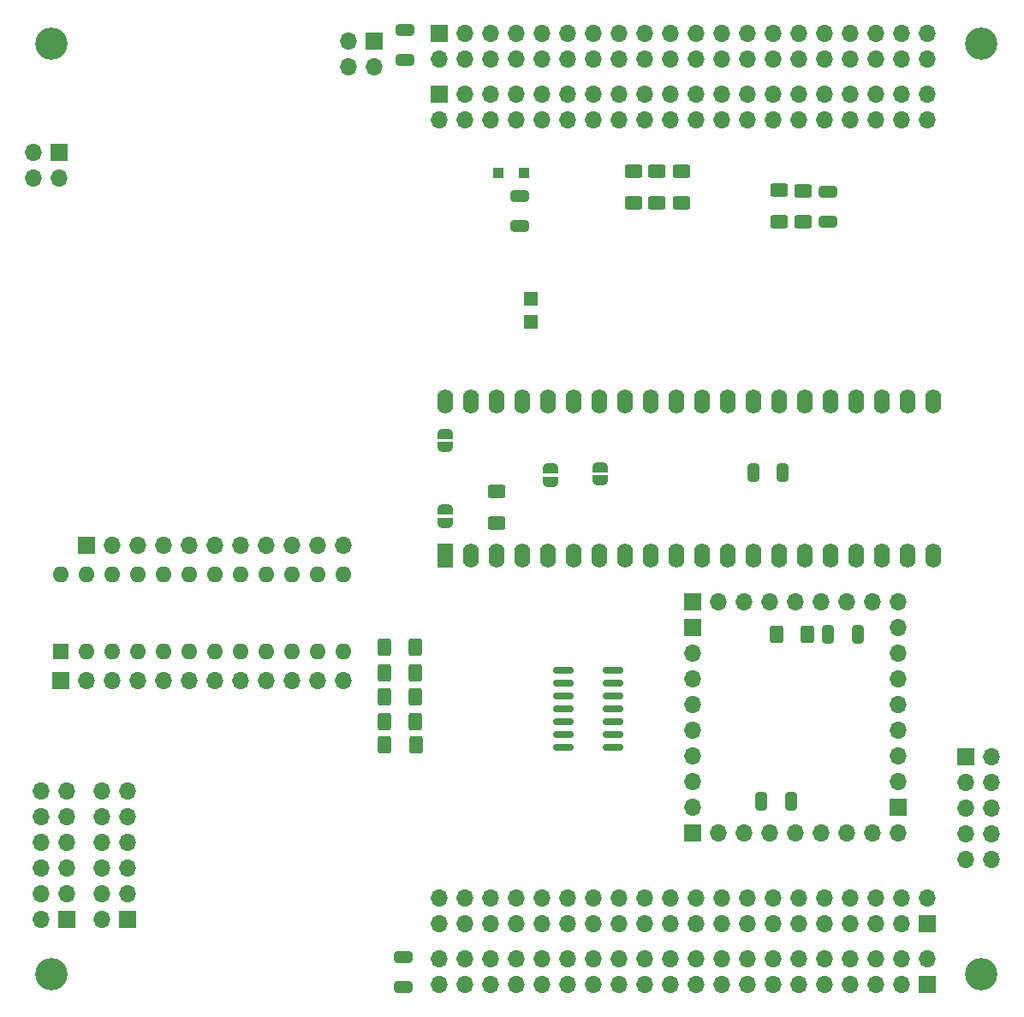
<source format=gbr>
%TF.GenerationSoftware,KiCad,Pcbnew,8.0.5-8.0.5-0~ubuntu22.04.1*%
%TF.CreationDate,2024-10-04T17:06:24+02:00*%
%TF.ProjectId,6502_6800_CPU,36353032-5f36-4383-9030-5f4350552e6b,rev?*%
%TF.SameCoordinates,Original*%
%TF.FileFunction,Soldermask,Bot*%
%TF.FilePolarity,Negative*%
%FSLAX46Y46*%
G04 Gerber Fmt 4.6, Leading zero omitted, Abs format (unit mm)*
G04 Created by KiCad (PCBNEW 8.0.5-8.0.5-0~ubuntu22.04.1) date 2024-10-04 17:06:24*
%MOMM*%
%LPD*%
G01*
G04 APERTURE LIST*
G04 Aperture macros list*
%AMRoundRect*
0 Rectangle with rounded corners*
0 $1 Rounding radius*
0 $2 $3 $4 $5 $6 $7 $8 $9 X,Y pos of 4 corners*
0 Add a 4 corners polygon primitive as box body*
4,1,4,$2,$3,$4,$5,$6,$7,$8,$9,$2,$3,0*
0 Add four circle primitives for the rounded corners*
1,1,$1+$1,$2,$3*
1,1,$1+$1,$4,$5*
1,1,$1+$1,$6,$7*
1,1,$1+$1,$8,$9*
0 Add four rect primitives between the rounded corners*
20,1,$1+$1,$2,$3,$4,$5,0*
20,1,$1+$1,$4,$5,$6,$7,0*
20,1,$1+$1,$6,$7,$8,$9,0*
20,1,$1+$1,$8,$9,$2,$3,0*%
%AMFreePoly0*
4,1,19,0.500000,-0.750000,0.000000,-0.750000,0.000000,-0.744911,-0.071157,-0.744911,-0.207708,-0.704816,-0.327430,-0.627875,-0.420627,-0.520320,-0.479746,-0.390866,-0.500000,-0.250000,-0.500000,0.250000,-0.479746,0.390866,-0.420627,0.520320,-0.327430,0.627875,-0.207708,0.704816,-0.071157,0.744911,0.000000,0.744911,0.000000,0.750000,0.500000,0.750000,0.500000,-0.750000,0.500000,-0.750000,
$1*%
%AMFreePoly1*
4,1,19,0.000000,0.744911,0.071157,0.744911,0.207708,0.704816,0.327430,0.627875,0.420627,0.520320,0.479746,0.390866,0.500000,0.250000,0.500000,-0.250000,0.479746,-0.390866,0.420627,-0.520320,0.327430,-0.627875,0.207708,-0.704816,0.071157,-0.744911,0.000000,-0.744911,0.000000,-0.750000,-0.500000,-0.750000,-0.500000,0.750000,0.000000,0.750000,0.000000,0.744911,0.000000,0.744911,
$1*%
G04 Aperture macros list end*
%ADD10R,1.700000X1.700000*%
%ADD11O,1.700000X1.700000*%
%ADD12RoundRect,0.250000X0.325000X0.650000X-0.325000X0.650000X-0.325000X-0.650000X0.325000X-0.650000X0*%
%ADD13RoundRect,0.250000X-0.325000X-0.650000X0.325000X-0.650000X0.325000X0.650000X-0.325000X0.650000X0*%
%ADD14RoundRect,0.250000X0.625000X-0.400000X0.625000X0.400000X-0.625000X0.400000X-0.625000X-0.400000X0*%
%ADD15RoundRect,0.150000X0.825000X0.150000X-0.825000X0.150000X-0.825000X-0.150000X0.825000X-0.150000X0*%
%ADD16RoundRect,0.250000X0.400000X0.625000X-0.400000X0.625000X-0.400000X-0.625000X0.400000X-0.625000X0*%
%ADD17RoundRect,0.250000X-0.400000X-0.625000X0.400000X-0.625000X0.400000X0.625000X-0.400000X0.625000X0*%
%ADD18RoundRect,0.250000X-0.625000X0.400000X-0.625000X-0.400000X0.625000X-0.400000X0.625000X0.400000X0*%
%ADD19FreePoly0,90.000000*%
%ADD20FreePoly1,90.000000*%
%ADD21FreePoly0,270.000000*%
%ADD22FreePoly1,270.000000*%
%ADD23R,1.000000X1.000000*%
%ADD24C,3.200000*%
%ADD25O,1.600000X1.600000*%
%ADD26R,1.600000X1.600000*%
%ADD27RoundRect,0.250000X-0.650000X0.325000X-0.650000X-0.325000X0.650000X-0.325000X0.650000X0.325000X0*%
%ADD28R,1.350000X1.350000*%
%ADD29RoundRect,0.250000X0.650000X-0.325000X0.650000X0.325000X-0.650000X0.325000X-0.650000X-0.325000X0*%
%ADD30O,1.600000X2.400000*%
%ADD31R,1.600000X2.400000*%
G04 APERTURE END LIST*
D10*
%TO.C,J7*%
X55540000Y-140627000D03*
D11*
X53000000Y-140627000D03*
X55540000Y-138087000D03*
X53000000Y-138087000D03*
X55540000Y-135547000D03*
X53000000Y-135547000D03*
X55540000Y-133007000D03*
X53000000Y-133007000D03*
X55540000Y-130467000D03*
X53000000Y-130467000D03*
X55540000Y-127927000D03*
X53000000Y-127927000D03*
%TD*%
D10*
%TO.C,J6*%
X61595000Y-140589000D03*
D11*
X59055000Y-140589000D03*
X61595000Y-138049000D03*
X59055000Y-138049000D03*
X61595000Y-135509000D03*
X59055000Y-135509000D03*
X61595000Y-132969000D03*
X59055000Y-132969000D03*
X61595000Y-130429000D03*
X59055000Y-130429000D03*
X61595000Y-127889000D03*
X59055000Y-127889000D03*
%TD*%
D12*
%TO.C,C10*%
X127205000Y-128905000D03*
X124255000Y-128905000D03*
%TD*%
D13*
%TO.C,C9*%
X130810000Y-112395000D03*
X133760000Y-112395000D03*
%TD*%
D14*
%TO.C,R5*%
X111633000Y-69723000D03*
X111633000Y-66623000D03*
%TD*%
D10*
%TO.C,J22*%
X144460000Y-124500000D03*
D11*
X147000000Y-124500000D03*
X144460000Y-127040000D03*
X147000000Y-127040000D03*
X144460000Y-129580000D03*
X147000000Y-129580000D03*
X144460000Y-132120000D03*
X147000000Y-132120000D03*
X144460000Y-134660000D03*
X147000000Y-134660000D03*
%TD*%
D15*
%TO.C,U6*%
X109598000Y-115951000D03*
X109598000Y-117221000D03*
X109598000Y-118491000D03*
X109598000Y-119761000D03*
X109598000Y-121031000D03*
X109598000Y-122301000D03*
X109598000Y-123571000D03*
X104648000Y-123571000D03*
X104648000Y-122301000D03*
X104648000Y-121031000D03*
X104648000Y-119761000D03*
X104648000Y-118491000D03*
X104648000Y-117221000D03*
X104648000Y-115951000D03*
%TD*%
D16*
%TO.C,R12*%
X128830000Y-112395000D03*
X125730000Y-112395000D03*
%TD*%
D17*
%TO.C,R11*%
X86969000Y-123317000D03*
X90069000Y-123317000D03*
%TD*%
%TO.C,R10*%
X86943000Y-113665000D03*
X90043000Y-113665000D03*
%TD*%
%TO.C,R9*%
X86943000Y-116205000D03*
X90043000Y-116205000D03*
%TD*%
%TO.C,R8*%
X86943000Y-118618000D03*
X90043000Y-118618000D03*
%TD*%
%TO.C,R7*%
X86943000Y-121031000D03*
X90043000Y-121031000D03*
%TD*%
D18*
%TO.C,R6*%
X98044000Y-98272000D03*
X98044000Y-101372000D03*
%TD*%
D14*
%TO.C,R3*%
X113919000Y-69723000D03*
X113919000Y-66623000D03*
%TD*%
D18*
%TO.C,R2*%
X128397000Y-68528000D03*
X128397000Y-71628000D03*
%TD*%
%TO.C,R1*%
X125984000Y-68453000D03*
X125984000Y-71553000D03*
%TD*%
D19*
%TO.C,JP13*%
X92964000Y-93883000D03*
D20*
X92964000Y-92583000D03*
%TD*%
D21*
%TO.C,JP12*%
X108331000Y-95855000D03*
D22*
X108331000Y-97155000D03*
%TD*%
D21*
%TO.C,JP11*%
X92964000Y-100076000D03*
D22*
X92964000Y-101376000D03*
%TD*%
D19*
%TO.C,JP6*%
X103378000Y-97297000D03*
D20*
X103378000Y-95997000D03*
%TD*%
D10*
%TO.C,J21*%
X117475000Y-132080000D03*
D11*
X120015000Y-132080000D03*
X122555000Y-132080000D03*
X125095000Y-132080000D03*
X127635000Y-132080000D03*
X130175000Y-132080000D03*
X132715000Y-132080000D03*
X135255000Y-132080000D03*
X137795000Y-132080000D03*
%TD*%
D10*
%TO.C,J20*%
X117475000Y-111760000D03*
D11*
X117475000Y-114300000D03*
X117475000Y-116840000D03*
X117475000Y-119380000D03*
X117475000Y-121920000D03*
X117475000Y-124460000D03*
X117475000Y-127000000D03*
X117475000Y-129540000D03*
%TD*%
D10*
%TO.C,J19*%
X137795000Y-129540000D03*
D11*
X137795000Y-127000000D03*
X137795000Y-124460000D03*
X137795000Y-121920000D03*
X137795000Y-119380000D03*
X137795000Y-116840000D03*
X137795000Y-114300000D03*
X137795000Y-111760000D03*
%TD*%
D10*
%TO.C,J18*%
X117475000Y-109220000D03*
D11*
X120015000Y-109220000D03*
X122555000Y-109220000D03*
X125095000Y-109220000D03*
X127635000Y-109220000D03*
X130175000Y-109220000D03*
X132715000Y-109220000D03*
X135255000Y-109220000D03*
X137795000Y-109220000D03*
%TD*%
D23*
%TO.C,J12*%
X100752001Y-66802000D03*
%TD*%
%TO.C,J11*%
X98212001Y-66802000D03*
%TD*%
D10*
%TO.C,J30*%
X54750000Y-64760000D03*
D11*
X52210000Y-64760000D03*
X54750000Y-67300000D03*
X52210000Y-67300000D03*
%TD*%
D10*
%TO.C,J36*%
X57461000Y-103571000D03*
D11*
X60001000Y-103571000D03*
X62541000Y-103571000D03*
X65081000Y-103571000D03*
X67621000Y-103571000D03*
X70161000Y-103571000D03*
X72701000Y-103571000D03*
X75241000Y-103571000D03*
X77781000Y-103571000D03*
X80321000Y-103571000D03*
X82861000Y-103571000D03*
%TD*%
D13*
%TO.C,C6*%
X123415000Y-96393000D03*
X126365000Y-96393000D03*
%TD*%
D11*
%TO.C,J1*%
X140627000Y-55540000D03*
X140627000Y-53000000D03*
X138087000Y-55540000D03*
X138087000Y-53000000D03*
X135547000Y-55540000D03*
X135547000Y-53000000D03*
X133007000Y-55540000D03*
X133007000Y-53000000D03*
X130467000Y-55540000D03*
X130467000Y-53000000D03*
X127927000Y-55540000D03*
X127927000Y-53000000D03*
X125387000Y-55540000D03*
X125387000Y-53000000D03*
X122847000Y-55540000D03*
X122847000Y-53000000D03*
X120307000Y-55540000D03*
X120307000Y-53000000D03*
X117767000Y-55540000D03*
X117767000Y-53000000D03*
X115227000Y-55540000D03*
X115227000Y-53000000D03*
X112687000Y-55540000D03*
X112687000Y-53000000D03*
X110147000Y-55540000D03*
X110147000Y-53000000D03*
X107607000Y-55540000D03*
X107607000Y-53000000D03*
X105067000Y-55540000D03*
X105067000Y-53000000D03*
X102527000Y-55540000D03*
X102527000Y-53000000D03*
X99987000Y-55540000D03*
X99987000Y-53000000D03*
X97447000Y-55540000D03*
X97447000Y-53000000D03*
X94907000Y-55540000D03*
X94907000Y-53000000D03*
X92367000Y-55540000D03*
D10*
X92367000Y-53000000D03*
%TD*%
%TO.C,J4*%
X140627000Y-141000000D03*
D11*
X140627000Y-138460000D03*
X138087000Y-141000000D03*
X138087000Y-138460000D03*
X135547000Y-141000000D03*
X135547000Y-138460000D03*
X133007000Y-141000000D03*
X133007000Y-138460000D03*
X130467000Y-141000000D03*
X130467000Y-138460000D03*
X127927000Y-141000000D03*
X127927000Y-138460000D03*
X125387000Y-141000000D03*
X125387000Y-138460000D03*
X122847000Y-141000000D03*
X122847000Y-138460000D03*
X120307000Y-141000000D03*
X120307000Y-138460000D03*
X117767000Y-141000000D03*
X117767000Y-138460000D03*
X115227000Y-141000000D03*
X115227000Y-138460000D03*
X112687000Y-141000000D03*
X112687000Y-138460000D03*
X110147000Y-141000000D03*
X110147000Y-138460000D03*
X107607000Y-141000000D03*
X107607000Y-138460000D03*
X105067000Y-141000000D03*
X105067000Y-138460000D03*
X102527000Y-141000000D03*
X102527000Y-138460000D03*
X99987000Y-141000000D03*
X99987000Y-138460000D03*
X97447000Y-141000000D03*
X97447000Y-138460000D03*
X94907000Y-141000000D03*
X94907000Y-138460000D03*
X92367000Y-141000000D03*
X92367000Y-138460000D03*
%TD*%
D10*
%TO.C,J31*%
X85979000Y-53721000D03*
D11*
X83439000Y-53721000D03*
X85979000Y-56261000D03*
X83439000Y-56261000D03*
%TD*%
D10*
%TO.C,J29*%
X54971000Y-116946000D03*
D11*
X57511000Y-116946000D03*
X60051000Y-116946000D03*
X62591000Y-116946000D03*
X65131000Y-116946000D03*
X67671000Y-116946000D03*
X70211000Y-116946000D03*
X72751000Y-116946000D03*
X75291000Y-116946000D03*
X77831000Y-116946000D03*
X80371000Y-116946000D03*
X82911000Y-116946000D03*
%TD*%
D10*
%TO.C,J2*%
X140627000Y-147000000D03*
D11*
X140627000Y-144460000D03*
X138087000Y-147000000D03*
X138087000Y-144460000D03*
X135547000Y-147000000D03*
X135547000Y-144460000D03*
X133007000Y-147000000D03*
X133007000Y-144460000D03*
X130467000Y-147000000D03*
X130467000Y-144460000D03*
X127927000Y-147000000D03*
X127927000Y-144460000D03*
X125387000Y-147000000D03*
X125387000Y-144460000D03*
X122847000Y-147000000D03*
X122847000Y-144460000D03*
X120307000Y-147000000D03*
X120307000Y-144460000D03*
X117767000Y-147000000D03*
X117767000Y-144460000D03*
X115227000Y-147000000D03*
X115227000Y-144460000D03*
X112687000Y-147000000D03*
X112687000Y-144460000D03*
X110147000Y-147000000D03*
X110147000Y-144460000D03*
X107607000Y-147000000D03*
X107607000Y-144460000D03*
X105067000Y-147000000D03*
X105067000Y-144460000D03*
X102527000Y-147000000D03*
X102527000Y-144460000D03*
X99987000Y-147000000D03*
X99987000Y-144460000D03*
X97447000Y-147000000D03*
X97447000Y-144460000D03*
X94907000Y-147000000D03*
X94907000Y-144460000D03*
X92367000Y-147000000D03*
X92367000Y-144460000D03*
%TD*%
D24*
%TO.C,H3*%
X146000000Y-54000000D03*
%TD*%
D25*
%TO.C,J35*%
X54966000Y-106476000D03*
X57506000Y-106476000D03*
X60046000Y-106476000D03*
X62586000Y-106476000D03*
X65126000Y-106476000D03*
X67666000Y-106476000D03*
X70206000Y-106476000D03*
X72746000Y-106476000D03*
X75286000Y-106476000D03*
X77826000Y-106476000D03*
X80366000Y-106476000D03*
X82906000Y-106476000D03*
X82906000Y-114096000D03*
X80366000Y-114096000D03*
X77826000Y-114096000D03*
X75286000Y-114096000D03*
X72746000Y-114096000D03*
X70206000Y-114096000D03*
X67666000Y-114096000D03*
X65126000Y-114096000D03*
X62586000Y-114096000D03*
X60046000Y-114096000D03*
X57506000Y-114096000D03*
D26*
X54966000Y-114096000D03*
%TD*%
D10*
%TO.C,J3*%
X92367000Y-59000000D03*
D11*
X92367000Y-61540000D03*
X94907000Y-59000000D03*
X94907000Y-61540000D03*
X97447000Y-59000000D03*
X97447000Y-61540000D03*
X99987000Y-59000000D03*
X99987000Y-61540000D03*
X102527000Y-59000000D03*
X102527000Y-61540000D03*
X105067000Y-59000000D03*
X105067000Y-61540000D03*
X107607000Y-59000000D03*
X107607000Y-61540000D03*
X110147000Y-59000000D03*
X110147000Y-61540000D03*
X112687000Y-59000000D03*
X112687000Y-61540000D03*
X115227000Y-59000000D03*
X115227000Y-61540000D03*
X117767000Y-59000000D03*
X117767000Y-61540000D03*
X120307000Y-59000000D03*
X120307000Y-61540000D03*
X122847000Y-59000000D03*
X122847000Y-61540000D03*
X125387000Y-59000000D03*
X125387000Y-61540000D03*
X127927000Y-59000000D03*
X127927000Y-61540000D03*
X130467000Y-59000000D03*
X130467000Y-61540000D03*
X133007000Y-59000000D03*
X133007000Y-61540000D03*
X135547000Y-59000000D03*
X135547000Y-61540000D03*
X138087000Y-59000000D03*
X138087000Y-61540000D03*
X140627000Y-59000000D03*
X140627000Y-61540000D03*
%TD*%
D24*
%TO.C,H1*%
X54000000Y-54000000D03*
%TD*%
%TO.C,H2*%
X54000000Y-146000000D03*
%TD*%
%TO.C,H4*%
X146000000Y-146000000D03*
%TD*%
D27*
%TO.C,C2*%
X88800000Y-144300000D03*
X88800000Y-147250000D03*
%TD*%
D28*
%TO.C,J8*%
X101473000Y-81534000D03*
%TD*%
D14*
%TO.C,R4*%
X116332000Y-69723000D03*
X116332000Y-66623000D03*
%TD*%
D27*
%TO.C,C5*%
X100330000Y-69088000D03*
X100330000Y-72038000D03*
%TD*%
D28*
%TO.C,J9*%
X101473000Y-79248000D03*
%TD*%
D29*
%TO.C,C1*%
X89000000Y-55600000D03*
X89000000Y-52650000D03*
%TD*%
D27*
%TO.C,C4*%
X130810000Y-68629000D03*
X130810000Y-71579000D03*
%TD*%
D30*
%TO.C,U7*%
X92964000Y-89408000D03*
X95504000Y-89408000D03*
X98044000Y-89408000D03*
X100584000Y-89408000D03*
X103124000Y-89408000D03*
X105664000Y-89408000D03*
X108204000Y-89408000D03*
X110744000Y-89408000D03*
X113284000Y-89408000D03*
X115824000Y-89408000D03*
X118364000Y-89408000D03*
X120904000Y-89408000D03*
X123444000Y-89408000D03*
X125984000Y-89408000D03*
X128524000Y-89408000D03*
X131064000Y-89408000D03*
X133604000Y-89408000D03*
X136144000Y-89408000D03*
X138684000Y-89408000D03*
X141224000Y-89408000D03*
X141224000Y-104648000D03*
X138684000Y-104648000D03*
X136144000Y-104648000D03*
X133604000Y-104648000D03*
X131064000Y-104648000D03*
X128524000Y-104648000D03*
X125984000Y-104648000D03*
X123444000Y-104648000D03*
X120904000Y-104648000D03*
X118364000Y-104648000D03*
X115824000Y-104648000D03*
X113284000Y-104648000D03*
X110744000Y-104648000D03*
X108204000Y-104648000D03*
X105664000Y-104648000D03*
X103124000Y-104648000D03*
X100584000Y-104648000D03*
X98044000Y-104648000D03*
X95504000Y-104648000D03*
D31*
X92964000Y-104648000D03*
%TD*%
M02*

</source>
